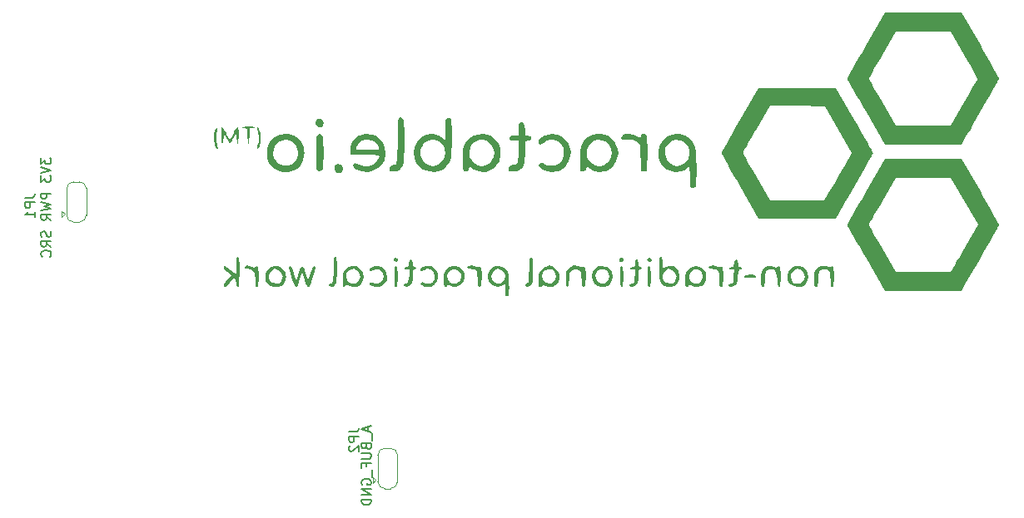
<source format=gbr>
%TF.GenerationSoftware,KiCad,Pcbnew,(6.0.0)*%
%TF.CreationDate,2022-05-16T13:53:17+01:00*%
%TF.ProjectId,RemoteLabs_supervisor_PCB,52656d6f-7465-44c6-9162-735f73757065,rev?*%
%TF.SameCoordinates,Original*%
%TF.FileFunction,Legend,Bot*%
%TF.FilePolarity,Positive*%
%FSLAX46Y46*%
G04 Gerber Fmt 4.6, Leading zero omitted, Abs format (unit mm)*
G04 Created by KiCad (PCBNEW (6.0.0)) date 2022-05-16 13:53:17*
%MOMM*%
%LPD*%
G01*
G04 APERTURE LIST*
%ADD10C,0.150000*%
%ADD11C,0.120000*%
G04 APERTURE END LIST*
D10*
%TO.C,JP1*%
X75906380Y-69829466D02*
X76620666Y-69829466D01*
X76763523Y-69781847D01*
X76858761Y-69686609D01*
X76906380Y-69543752D01*
X76906380Y-69448514D01*
X76906380Y-70305657D02*
X75906380Y-70305657D01*
X75906380Y-70686609D01*
X75954000Y-70781847D01*
X76001619Y-70829466D01*
X76096857Y-70877085D01*
X76239714Y-70877085D01*
X76334952Y-70829466D01*
X76382571Y-70781847D01*
X76430190Y-70686609D01*
X76430190Y-70305657D01*
X76906380Y-71829466D02*
X76906380Y-71258038D01*
X76906380Y-71543752D02*
X75906380Y-71543752D01*
X76049238Y-71448514D01*
X76144476Y-71353276D01*
X76192095Y-71258038D01*
X77531980Y-65767580D02*
X77531980Y-66386628D01*
X77912933Y-66053295D01*
X77912933Y-66196152D01*
X77960552Y-66291390D01*
X78008171Y-66339009D01*
X78103409Y-66386628D01*
X78341504Y-66386628D01*
X78436742Y-66339009D01*
X78484361Y-66291390D01*
X78531980Y-66196152D01*
X78531980Y-65910438D01*
X78484361Y-65815200D01*
X78436742Y-65767580D01*
X77531980Y-66672342D02*
X78531980Y-67005676D01*
X77531980Y-67339009D01*
X77531980Y-67577104D02*
X77531980Y-68196152D01*
X77912933Y-67862819D01*
X77912933Y-68005676D01*
X77960552Y-68100914D01*
X78008171Y-68148533D01*
X78103409Y-68196152D01*
X78341504Y-68196152D01*
X78436742Y-68148533D01*
X78484361Y-68100914D01*
X78531980Y-68005676D01*
X78531980Y-67719961D01*
X78484361Y-67624723D01*
X78436742Y-67577104D01*
X78531980Y-69386628D02*
X77531980Y-69386628D01*
X77531980Y-69767580D01*
X77579600Y-69862819D01*
X77627219Y-69910438D01*
X77722457Y-69958057D01*
X77865314Y-69958057D01*
X77960552Y-69910438D01*
X78008171Y-69862819D01*
X78055790Y-69767580D01*
X78055790Y-69386628D01*
X77531980Y-70291390D02*
X78531980Y-70529485D01*
X77817695Y-70719961D01*
X78531980Y-70910438D01*
X77531980Y-71148533D01*
X78531980Y-72100914D02*
X78055790Y-71767580D01*
X78531980Y-71529485D02*
X77531980Y-71529485D01*
X77531980Y-71910438D01*
X77579600Y-72005676D01*
X77627219Y-72053295D01*
X77722457Y-72100914D01*
X77865314Y-72100914D01*
X77960552Y-72053295D01*
X78008171Y-72005676D01*
X78055790Y-71910438D01*
X78055790Y-71529485D01*
X78484361Y-73243771D02*
X78531980Y-73386628D01*
X78531980Y-73624723D01*
X78484361Y-73719961D01*
X78436742Y-73767580D01*
X78341504Y-73815200D01*
X78246266Y-73815200D01*
X78151028Y-73767580D01*
X78103409Y-73719961D01*
X78055790Y-73624723D01*
X78008171Y-73434247D01*
X77960552Y-73339009D01*
X77912933Y-73291390D01*
X77817695Y-73243771D01*
X77722457Y-73243771D01*
X77627219Y-73291390D01*
X77579600Y-73339009D01*
X77531980Y-73434247D01*
X77531980Y-73672342D01*
X77579600Y-73815200D01*
X78531980Y-74815200D02*
X78055790Y-74481866D01*
X78531980Y-74243771D02*
X77531980Y-74243771D01*
X77531980Y-74624723D01*
X77579600Y-74719961D01*
X77627219Y-74767580D01*
X77722457Y-74815200D01*
X77865314Y-74815200D01*
X77960552Y-74767580D01*
X78008171Y-74719961D01*
X78055790Y-74624723D01*
X78055790Y-74243771D01*
X78436742Y-75815200D02*
X78484361Y-75767580D01*
X78531980Y-75624723D01*
X78531980Y-75529485D01*
X78484361Y-75386628D01*
X78389123Y-75291390D01*
X78293885Y-75243771D01*
X78103409Y-75196152D01*
X77960552Y-75196152D01*
X77770076Y-75243771D01*
X77674838Y-75291390D01*
X77579600Y-75386628D01*
X77531980Y-75529485D01*
X77531980Y-75624723D01*
X77579600Y-75767580D01*
X77627219Y-75815200D01*
%TO.C,JP2*%
X108824780Y-93654666D02*
X109539066Y-93654666D01*
X109681923Y-93607047D01*
X109777161Y-93511809D01*
X109824780Y-93368952D01*
X109824780Y-93273714D01*
X109824780Y-94130857D02*
X108824780Y-94130857D01*
X108824780Y-94511809D01*
X108872400Y-94607047D01*
X108920019Y-94654666D01*
X109015257Y-94702285D01*
X109158114Y-94702285D01*
X109253352Y-94654666D01*
X109300971Y-94607047D01*
X109348590Y-94511809D01*
X109348590Y-94130857D01*
X108920019Y-95083238D02*
X108872400Y-95130857D01*
X108824780Y-95226095D01*
X108824780Y-95464190D01*
X108872400Y-95559428D01*
X108920019Y-95607047D01*
X109015257Y-95654666D01*
X109110495Y-95654666D01*
X109253352Y-95607047D01*
X109824780Y-95035619D01*
X109824780Y-95654666D01*
X110809066Y-93153409D02*
X110809066Y-93629600D01*
X111094780Y-93058171D02*
X110094780Y-93391504D01*
X111094780Y-93724838D01*
X111190019Y-93820076D02*
X111190019Y-94581980D01*
X110570971Y-95153409D02*
X110618590Y-95296266D01*
X110666209Y-95343885D01*
X110761447Y-95391504D01*
X110904304Y-95391504D01*
X110999542Y-95343885D01*
X111047161Y-95296266D01*
X111094780Y-95201028D01*
X111094780Y-94820076D01*
X110094780Y-94820076D01*
X110094780Y-95153409D01*
X110142400Y-95248647D01*
X110190019Y-95296266D01*
X110285257Y-95343885D01*
X110380495Y-95343885D01*
X110475733Y-95296266D01*
X110523352Y-95248647D01*
X110570971Y-95153409D01*
X110570971Y-94820076D01*
X110094780Y-95820076D02*
X110904304Y-95820076D01*
X110999542Y-95867695D01*
X111047161Y-95915314D01*
X111094780Y-96010552D01*
X111094780Y-96201028D01*
X111047161Y-96296266D01*
X110999542Y-96343885D01*
X110904304Y-96391504D01*
X110094780Y-96391504D01*
X110570971Y-97201028D02*
X110570971Y-96867695D01*
X111094780Y-96867695D02*
X110094780Y-96867695D01*
X110094780Y-97343885D01*
X111190019Y-97486742D02*
X111190019Y-98248647D01*
X110142400Y-99010552D02*
X110094780Y-98915314D01*
X110094780Y-98772457D01*
X110142400Y-98629600D01*
X110237638Y-98534361D01*
X110332876Y-98486742D01*
X110523352Y-98439123D01*
X110666209Y-98439123D01*
X110856685Y-98486742D01*
X110951923Y-98534361D01*
X111047161Y-98629600D01*
X111094780Y-98772457D01*
X111094780Y-98867695D01*
X111047161Y-99010552D01*
X110999542Y-99058171D01*
X110666209Y-99058171D01*
X110666209Y-98867695D01*
X111094780Y-99486742D02*
X110094780Y-99486742D01*
X111094780Y-100058171D01*
X110094780Y-100058171D01*
X111094780Y-100534361D02*
X110094780Y-100534361D01*
X110094780Y-100772457D01*
X110142400Y-100915314D01*
X110237638Y-101010552D01*
X110332876Y-101058171D01*
X110523352Y-101105790D01*
X110666209Y-101105790D01*
X110856685Y-101058171D01*
X110951923Y-101010552D01*
X111047161Y-100915314D01*
X111094780Y-100772457D01*
X111094780Y-100534361D01*
D11*
%TO.C,JP1*%
X79927600Y-71456400D02*
X79627600Y-71756400D01*
X82127600Y-71656400D02*
X82127600Y-68856400D01*
X79627600Y-71756400D02*
X79627600Y-71156400D01*
X80827600Y-72306400D02*
X81427600Y-72306400D01*
X79927600Y-71456400D02*
X79627600Y-71156400D01*
X80127600Y-68856400D02*
X80127600Y-71656400D01*
X81427600Y-68206400D02*
X80827600Y-68206400D01*
X80827600Y-68206400D02*
G75*
G03*
X80127600Y-68906400I-1J-699999D01*
G01*
X80127600Y-71606400D02*
G75*
G03*
X80827600Y-72306400I699999J-1D01*
G01*
X82127600Y-68906400D02*
G75*
G03*
X81427600Y-68206400I-699999J1D01*
G01*
X81427600Y-72306400D02*
G75*
G03*
X82127600Y-71606400I1J699999D01*
G01*
%TO.C,JP2*%
X111576000Y-98583600D02*
X111276000Y-98283600D01*
X111776000Y-95983600D02*
X111776000Y-98783600D01*
X112476000Y-99433600D02*
X113076000Y-99433600D01*
X111576000Y-98583600D02*
X111276000Y-98883600D01*
X113076000Y-95333600D02*
X112476000Y-95333600D01*
X113776000Y-98783600D02*
X113776000Y-95983600D01*
X111276000Y-98883600D02*
X111276000Y-98283600D01*
X113776000Y-96033600D02*
G75*
G03*
X113076000Y-95333600I-699999J1D01*
G01*
X112476000Y-95333600D02*
G75*
G03*
X111776000Y-96033600I-1J-699999D01*
G01*
X111776000Y-98733600D02*
G75*
G03*
X112476000Y-99433600I699999J-1D01*
G01*
X113076000Y-99433600D02*
G75*
G03*
X113776000Y-98733600I1J699999D01*
G01*
%TO.C,G\u002A\u002A\u002A*%
G36*
X155303702Y-78552750D02*
G01*
X155041013Y-78784097D01*
X154864805Y-78859739D01*
X154476721Y-78916594D01*
X154094111Y-78849762D01*
X153763460Y-78671278D01*
X153531252Y-78393179D01*
X153441121Y-78110451D01*
X153429289Y-77771325D01*
X153750910Y-77771325D01*
X153760946Y-77887040D01*
X153842826Y-78157441D01*
X153979090Y-78392450D01*
X154135703Y-78525373D01*
X154375223Y-78583394D01*
X154691604Y-78549997D01*
X154946651Y-78402970D01*
X155119826Y-78173457D01*
X155190593Y-77892604D01*
X155138415Y-77591555D01*
X154942756Y-77301454D01*
X154703350Y-77122727D01*
X154470577Y-77053967D01*
X154240501Y-77120804D01*
X154004047Y-77298009D01*
X153823080Y-77532563D01*
X153750910Y-77771325D01*
X153429289Y-77771325D01*
X153428006Y-77734560D01*
X153506366Y-77372758D01*
X153668960Y-77093408D01*
X153870120Y-76929009D01*
X154234459Y-76787261D01*
X154626517Y-76777287D01*
X155000612Y-76897604D01*
X155311063Y-77146728D01*
X155317627Y-77154630D01*
X155485777Y-77477415D01*
X155534137Y-77850581D01*
X155527030Y-77892604D01*
X155470761Y-78225302D01*
X155303702Y-78552750D01*
G37*
G36*
X115278564Y-76194179D02*
G01*
X115312243Y-76468392D01*
X115322337Y-76655558D01*
X115382446Y-76800826D01*
X115523910Y-76884633D01*
X115666258Y-76950921D01*
X115735577Y-77011633D01*
X115680220Y-77063968D01*
X115523910Y-77138633D01*
X115465932Y-77162542D01*
X115380988Y-77223773D01*
X115334928Y-77333616D01*
X115315947Y-77532300D01*
X115312243Y-77860053D01*
X115312173Y-77911793D01*
X115304165Y-78233195D01*
X115274180Y-78441151D01*
X115209888Y-78585051D01*
X115098958Y-78714283D01*
X114911438Y-78855399D01*
X114655182Y-78900934D01*
X114637250Y-78898469D01*
X114473673Y-78830595D01*
X114390936Y-78722400D01*
X114406540Y-78622113D01*
X114537988Y-78577967D01*
X114722531Y-78542712D01*
X114868400Y-78401821D01*
X114948882Y-78135597D01*
X114973577Y-77725252D01*
X114973577Y-77138633D01*
X114719577Y-77138633D01*
X114561084Y-77114611D01*
X114465896Y-77030824D01*
X114510392Y-76932690D01*
X114698410Y-76869090D01*
X114851540Y-76830249D01*
X114926015Y-76726122D01*
X114958717Y-76504732D01*
X115006488Y-76246249D01*
X115096547Y-76086103D01*
X115196952Y-76067748D01*
X115278564Y-76194179D01*
G37*
G36*
X126646464Y-62207991D02*
G01*
X126723095Y-62457524D01*
X126759851Y-62858546D01*
X126784577Y-63464967D01*
X127080910Y-63507300D01*
X127231780Y-63536948D01*
X127348928Y-63612269D01*
X127377243Y-63761300D01*
X127365910Y-63870683D01*
X127283891Y-63966078D01*
X127080910Y-64015300D01*
X126784577Y-64057633D01*
X126742243Y-65242967D01*
X126735296Y-65426838D01*
X126709335Y-65908199D01*
X126669666Y-66260543D01*
X126606365Y-66514504D01*
X126509504Y-66700716D01*
X126369160Y-66849813D01*
X126175406Y-66992428D01*
X126148066Y-67009950D01*
X125877592Y-67112392D01*
X125514577Y-67128413D01*
X125414642Y-67122212D01*
X125203807Y-67092352D01*
X125101945Y-67029098D01*
X125063577Y-66910473D01*
X125082045Y-66697458D01*
X125229657Y-66530252D01*
X125497110Y-66470633D01*
X125528970Y-66470411D01*
X125733463Y-66449174D01*
X125878853Y-66376660D01*
X125974917Y-66229319D01*
X126031430Y-65983603D01*
X126058170Y-65615961D01*
X126064910Y-65102844D01*
X126064910Y-64015300D01*
X125650635Y-64015300D01*
X125535639Y-64012128D01*
X125275179Y-63958963D01*
X125161824Y-63835201D01*
X125187626Y-63634300D01*
X125210130Y-63597748D01*
X125359061Y-63528925D01*
X125650635Y-63507300D01*
X126064910Y-63507300D01*
X126066066Y-63020467D01*
X126077091Y-62656581D01*
X126119757Y-62365621D01*
X126202109Y-62191257D01*
X126332115Y-62106109D01*
X126339677Y-62103762D01*
X126521483Y-62095040D01*
X126646464Y-62207991D01*
G37*
G36*
X144953163Y-78563905D02*
G01*
X144701612Y-78789372D01*
X144643336Y-78818219D01*
X144297695Y-78905104D01*
X143944680Y-78881007D01*
X143654184Y-78748645D01*
X143635049Y-78733601D01*
X143496493Y-78633716D01*
X143434262Y-78638731D01*
X143396693Y-78748645D01*
X143368098Y-78821761D01*
X143254587Y-78909954D01*
X143124468Y-78865806D01*
X143030976Y-78696858D01*
X143005358Y-78474180D01*
X143014925Y-78140494D01*
X143057817Y-77782509D01*
X143062409Y-77761099D01*
X143413519Y-77761099D01*
X143447002Y-78081784D01*
X143629395Y-78370148D01*
X143777058Y-78488016D01*
X144075659Y-78585206D01*
X144377362Y-78524372D01*
X144650120Y-78307484D01*
X144751432Y-78175483D01*
X144837330Y-77975153D01*
X144829690Y-77741045D01*
X144755102Y-77490222D01*
X144546071Y-77229618D01*
X144219860Y-77090857D01*
X144110573Y-77076366D01*
X143911743Y-77114392D01*
X143690988Y-77265658D01*
X143526514Y-77451726D01*
X143413519Y-77761099D01*
X143062409Y-77761099D01*
X143125989Y-77464687D01*
X143211393Y-77251488D01*
X143438526Y-77003896D01*
X143773945Y-76826337D01*
X144145364Y-76770187D01*
X144512911Y-76834061D01*
X144836715Y-77016572D01*
X145076904Y-77316335D01*
X145143985Y-77485506D01*
X145187537Y-77860212D01*
X145166789Y-77975153D01*
X145119534Y-78236932D01*
X144953163Y-78563905D01*
G37*
G36*
X97589630Y-75874795D02*
G01*
X97635097Y-75909737D01*
X97666237Y-75996899D01*
X97685752Y-76159703D01*
X97696345Y-76421571D01*
X97700719Y-76805925D01*
X97701577Y-77336189D01*
X97699420Y-77733522D01*
X97691495Y-78169229D01*
X97678783Y-78521659D01*
X97662376Y-78762127D01*
X97643368Y-78861953D01*
X97615524Y-78885841D01*
X97504760Y-78890381D01*
X97418080Y-78739801D01*
X97362910Y-78445136D01*
X97327315Y-78219126D01*
X97249644Y-78052875D01*
X97126949Y-78036553D01*
X96948293Y-78170313D01*
X96702741Y-78454305D01*
X96680857Y-78481883D01*
X96442972Y-78747503D01*
X96257090Y-78891030D01*
X96136104Y-78905493D01*
X96092910Y-78783923D01*
X96093305Y-78777458D01*
X96152249Y-78641023D01*
X96291829Y-78424265D01*
X96484060Y-78171035D01*
X96875209Y-77690858D01*
X96484060Y-77346665D01*
X96306486Y-77179850D01*
X96152258Y-77009254D01*
X96092910Y-76906216D01*
X96092971Y-76899135D01*
X96137113Y-76781385D01*
X96267661Y-76788167D01*
X96491126Y-76922003D01*
X96814023Y-77185416D01*
X97362910Y-77667312D01*
X97362910Y-76767973D01*
X97363020Y-76640770D01*
X97366737Y-76283411D01*
X97379913Y-76057289D01*
X97408152Y-75932633D01*
X97457060Y-75879671D01*
X97532243Y-75868633D01*
X97589630Y-75874795D01*
G37*
G36*
X107472243Y-75870074D02*
G01*
X107527077Y-75891196D01*
X107564685Y-75957356D01*
X107588304Y-76093414D01*
X107601168Y-76324226D01*
X107606514Y-76674651D01*
X107607577Y-77169548D01*
X107607542Y-77265237D01*
X107605104Y-77741808D01*
X107596336Y-78083727D01*
X107577760Y-78320662D01*
X107545900Y-78482278D01*
X107497279Y-78598244D01*
X107428420Y-78698224D01*
X107244344Y-78864783D01*
X107026978Y-78900142D01*
X107018368Y-78899048D01*
X106854066Y-78833358D01*
X106772153Y-78724711D01*
X106789020Y-78622962D01*
X106921056Y-78577967D01*
X107036126Y-78556910D01*
X107132607Y-78470898D01*
X107199372Y-78298908D01*
X107241174Y-78020187D01*
X107262769Y-77613980D01*
X107268910Y-77059533D01*
X107268934Y-76962883D01*
X107270801Y-76520351D01*
X107278286Y-76216498D01*
X107295081Y-76025363D01*
X107324878Y-75920982D01*
X107371368Y-75877393D01*
X107438243Y-75868633D01*
X107472243Y-75870074D01*
G37*
G36*
X95477407Y-62654155D02*
G01*
X95477369Y-62796609D01*
X95414295Y-63045517D01*
X95366188Y-63235360D01*
X95323168Y-63639692D01*
X95337891Y-64049753D01*
X95410584Y-64383169D01*
X95471390Y-64575505D01*
X95500243Y-64740478D01*
X95497396Y-64797165D01*
X95457235Y-64874411D01*
X95382560Y-64817934D01*
X95289993Y-64647321D01*
X95196157Y-64382159D01*
X95103147Y-63849836D01*
X95134566Y-63299871D01*
X95297697Y-62813352D01*
X95325464Y-62762459D01*
X95423681Y-62636617D01*
X95477407Y-62654155D01*
G37*
G36*
X98693503Y-62576249D02*
G01*
X99014758Y-62589240D01*
X99231027Y-62618704D01*
X99310243Y-62660633D01*
X99307684Y-62671745D01*
X99209778Y-62724034D01*
X99013910Y-62745300D01*
X98717577Y-62745300D01*
X98717577Y-63549633D01*
X98717365Y-63615269D01*
X98703473Y-64020849D01*
X98673017Y-64262322D01*
X98633232Y-64338871D01*
X98591353Y-64249679D01*
X98554616Y-63993927D01*
X98530254Y-63570800D01*
X98505910Y-62787633D01*
X98230743Y-62761102D01*
X98111989Y-62746517D01*
X97962695Y-62706074D01*
X97957211Y-62660939D01*
X98078465Y-62618971D01*
X98309388Y-62588027D01*
X98632910Y-62575967D01*
X98693503Y-62576249D01*
G37*
G36*
X139416380Y-76805844D02*
G01*
X139467997Y-76843666D01*
X139500424Y-76940986D01*
X139518095Y-77125261D01*
X139525445Y-77423950D01*
X139526910Y-77864508D01*
X139526379Y-78133852D01*
X139521318Y-78491051D01*
X139507778Y-78720074D01*
X139482005Y-78847176D01*
X139440245Y-78898614D01*
X139378743Y-78900644D01*
X139361074Y-78896339D01*
X139303072Y-78855837D01*
X139263143Y-78757416D01*
X139236788Y-78573222D01*
X139219508Y-78275402D01*
X139206804Y-77836102D01*
X139199367Y-77476745D01*
X139197848Y-77158859D01*
X139208668Y-76960080D01*
X139235807Y-76852567D01*
X139283248Y-76808476D01*
X139354971Y-76799967D01*
X139416380Y-76805844D01*
G37*
G36*
X174747104Y-58102833D02*
G01*
X174551108Y-58454413D01*
X174304435Y-58893020D01*
X174017496Y-59400425D01*
X173700698Y-59958400D01*
X173364452Y-60548717D01*
X173019166Y-61153147D01*
X172675249Y-61753461D01*
X172343111Y-62331432D01*
X172033162Y-62868831D01*
X171755809Y-63347428D01*
X171521463Y-63748997D01*
X171340532Y-64055308D01*
X171223425Y-64248133D01*
X171103673Y-64438633D01*
X163360577Y-64433641D01*
X161455577Y-61122907D01*
X161143813Y-60580790D01*
X160770432Y-59930703D01*
X160430073Y-59337199D01*
X160131324Y-58815300D01*
X159882773Y-58380029D01*
X159693006Y-58046407D01*
X159570612Y-57829457D01*
X159524176Y-57744201D01*
X159548073Y-57683632D01*
X161712132Y-57683632D01*
X161726459Y-57718010D01*
X161812462Y-57882220D01*
X161967466Y-58164487D01*
X162181478Y-58546996D01*
X162444501Y-59011929D01*
X162746542Y-59541469D01*
X163077606Y-60117798D01*
X164445635Y-62491300D01*
X170049243Y-62490354D01*
X171403910Y-60146138D01*
X171589822Y-59824284D01*
X171906416Y-59275516D01*
X172189640Y-58783740D01*
X172429205Y-58366871D01*
X172614821Y-58042821D01*
X172736201Y-57829506D01*
X172783056Y-57744839D01*
X172769846Y-57706406D01*
X172685395Y-57537422D01*
X172531740Y-57251072D01*
X172318648Y-56864989D01*
X172055888Y-56396808D01*
X171753226Y-55864165D01*
X171420430Y-55284694D01*
X170033323Y-52881633D01*
X164463121Y-52881633D01*
X163088904Y-55252300D01*
X162887850Y-55599744D01*
X162571123Y-56149692D01*
X162289269Y-56642315D01*
X162052366Y-57059815D01*
X161870491Y-57384399D01*
X161753721Y-57598269D01*
X161712132Y-57683632D01*
X159548073Y-57683632D01*
X159548778Y-57681845D01*
X159649513Y-57485182D01*
X159820042Y-57169513D01*
X160052067Y-56749722D01*
X160337291Y-56240694D01*
X160667416Y-55657314D01*
X161034143Y-55014466D01*
X161429176Y-54327035D01*
X163360577Y-50977842D01*
X167255243Y-50980325D01*
X171149910Y-50982808D01*
X173054910Y-54302887D01*
X173368254Y-54850629D01*
X173739200Y-55503567D01*
X174075772Y-56100981D01*
X174369566Y-56627696D01*
X174612183Y-57068536D01*
X174795219Y-57408325D01*
X174910273Y-57631887D01*
X174948943Y-57724047D01*
X174945430Y-57733668D01*
X174939663Y-57744839D01*
X174882014Y-57856509D01*
X174747104Y-58102833D01*
G37*
G36*
X98729915Y-76744871D02*
G01*
X99012216Y-76847903D01*
X99204406Y-76921935D01*
X99294439Y-76889715D01*
X99337663Y-76840458D01*
X99486632Y-76799967D01*
X99525662Y-76802518D01*
X99582186Y-76832594D01*
X99618215Y-76919425D01*
X99638307Y-77091152D01*
X99647019Y-77375915D01*
X99648910Y-77801855D01*
X99644637Y-78187512D01*
X99632546Y-78521944D01*
X99614525Y-78757992D01*
X99592466Y-78860189D01*
X99567128Y-78879024D01*
X99423132Y-78916633D01*
X99384098Y-78899943D01*
X99340543Y-78792740D01*
X99317187Y-78565223D01*
X99310243Y-78193118D01*
X99309366Y-77999462D01*
X99298383Y-77704538D01*
X99266838Y-77512887D01*
X99204821Y-77380104D01*
X99102425Y-77261785D01*
X99093585Y-77253048D01*
X98859156Y-77098925D01*
X98552092Y-77053967D01*
X98493915Y-77053148D01*
X98278378Y-77020294D01*
X98209577Y-76936025D01*
X98209814Y-76926224D01*
X98287133Y-76788596D01*
X98474360Y-76726623D01*
X98729915Y-76744871D01*
G37*
G36*
X112547316Y-65474084D02*
G01*
X112438580Y-66028669D01*
X112199470Y-66476936D01*
X111826117Y-66824608D01*
X111314653Y-67077404D01*
X110801108Y-67191195D01*
X110221967Y-67159173D01*
X109647007Y-66959829D01*
X109426779Y-66836026D01*
X109294700Y-66706794D01*
X109258577Y-66556459D01*
X109281489Y-66423687D01*
X109400509Y-66326291D01*
X109629912Y-66339860D01*
X109979546Y-66463121D01*
X110126927Y-66520773D01*
X110411417Y-66605573D01*
X110628939Y-66638107D01*
X110777385Y-66624635D01*
X111151729Y-66504917D01*
X111496885Y-66292658D01*
X111743159Y-66026137D01*
X111819174Y-65901880D01*
X111905894Y-65738295D01*
X111928428Y-65620524D01*
X111869255Y-65540469D01*
X111710854Y-65490033D01*
X111435704Y-65461118D01*
X111026286Y-65445628D01*
X110465077Y-65435466D01*
X109004577Y-65412300D01*
X108979474Y-65027337D01*
X108994977Y-64832154D01*
X109554910Y-64832154D01*
X109585758Y-64877615D01*
X109697651Y-64911002D01*
X109912673Y-64932216D01*
X110252858Y-64943384D01*
X110740243Y-64946633D01*
X111125040Y-64945783D01*
X111506540Y-64937367D01*
X111752201Y-64912317D01*
X111881198Y-64861563D01*
X111912708Y-64776038D01*
X111865906Y-64646674D01*
X111759969Y-64464400D01*
X111539694Y-64193357D01*
X111194517Y-63970155D01*
X110807765Y-63881619D01*
X110414342Y-63928349D01*
X110049152Y-64110939D01*
X109747098Y-64429987D01*
X109709510Y-64488467D01*
X109599259Y-64692827D01*
X109554910Y-64832154D01*
X108994977Y-64832154D01*
X109009652Y-64647395D01*
X109173531Y-64199883D01*
X109449821Y-63809736D01*
X109810100Y-63528251D01*
X109959264Y-63453930D01*
X110185095Y-63376844D01*
X110442054Y-63347576D01*
X110798408Y-63354096D01*
X111024185Y-63368393D01*
X111312774Y-63411453D01*
X111539555Y-63495202D01*
X111772074Y-63639435D01*
X111970864Y-63796152D01*
X112300561Y-64189169D01*
X112492429Y-64665362D01*
X112504477Y-64776038D01*
X112555284Y-65242782D01*
X112547316Y-65474084D01*
G37*
G36*
X131890599Y-76740748D02*
G01*
X132129993Y-76815413D01*
X132149438Y-76822317D01*
X132426320Y-76891594D01*
X132573815Y-76861195D01*
X132630209Y-76827368D01*
X132790219Y-76828400D01*
X132820252Y-76845074D01*
X132871417Y-76923923D01*
X132902803Y-77083774D01*
X132918578Y-77354020D01*
X132922910Y-77764051D01*
X132920528Y-78032040D01*
X132909684Y-78381738D01*
X132892078Y-78647592D01*
X132869923Y-78786865D01*
X132822517Y-78854525D01*
X132679423Y-78898769D01*
X132678662Y-78898621D01*
X132609023Y-78852826D01*
X132560589Y-78727842D01*
X132526420Y-78493621D01*
X132499577Y-78120116D01*
X132482924Y-77852995D01*
X132454856Y-77580104D01*
X132411569Y-77407512D01*
X132341174Y-77294357D01*
X132231781Y-77199775D01*
X132044893Y-77100940D01*
X131757307Y-77094691D01*
X131443803Y-77253259D01*
X131439736Y-77256272D01*
X131356013Y-77348561D01*
X131299481Y-77499471D01*
X131261176Y-77745906D01*
X131232137Y-78124770D01*
X131206613Y-78468724D01*
X131172326Y-78712226D01*
X131125621Y-78838327D01*
X131060243Y-78874300D01*
X131001069Y-78847821D01*
X130956295Y-78738298D01*
X130928465Y-78516778D01*
X130911666Y-78154633D01*
X130909375Y-77786405D01*
X130944008Y-77430003D01*
X131034098Y-77178239D01*
X131193707Y-76996151D01*
X131436899Y-76848776D01*
X131520739Y-76808606D01*
X131717353Y-76737043D01*
X131890599Y-76740748D01*
G37*
G36*
X130133409Y-78379245D02*
G01*
X129862762Y-78702196D01*
X129542338Y-78875456D01*
X129162835Y-78908900D01*
X128774245Y-78789634D01*
X128623774Y-78719291D01*
X128521061Y-78714770D01*
X128450264Y-78802714D01*
X128388478Y-78872160D01*
X128234391Y-78890037D01*
X128210170Y-78878349D01*
X128141798Y-78789516D01*
X128106770Y-78604040D01*
X128096910Y-78286004D01*
X128130550Y-77773210D01*
X128131296Y-77770559D01*
X128503023Y-77770559D01*
X128545877Y-78102993D01*
X128695869Y-78372997D01*
X128889900Y-78518158D01*
X129197577Y-78577967D01*
X129428920Y-78541075D01*
X129678379Y-78387349D01*
X129839072Y-78149767D01*
X129904030Y-77867285D01*
X129866285Y-77578855D01*
X129718868Y-77323434D01*
X129454813Y-77139973D01*
X129381641Y-77114921D01*
X129075353Y-77100585D01*
X128791453Y-77207163D01*
X128593208Y-77414499D01*
X128575323Y-77450555D01*
X128503023Y-77770559D01*
X128131296Y-77770559D01*
X128242737Y-77374584D01*
X128444547Y-77083932D01*
X128747027Y-76877315D01*
X128790650Y-76856420D01*
X129033396Y-76759182D01*
X129225285Y-76740033D01*
X129447408Y-76788715D01*
X129480873Y-76799222D01*
X129854272Y-76997525D01*
X130113589Y-77288600D01*
X130251459Y-77638526D01*
X130256989Y-77867285D01*
X130260520Y-78013381D01*
X130133409Y-78379245D01*
G37*
G36*
X107967204Y-66430933D02*
G01*
X108153109Y-66574139D01*
X108257814Y-66761913D01*
X108259448Y-66952014D01*
X108115577Y-67147967D01*
X107967069Y-67263286D01*
X107738781Y-67304505D01*
X107508410Y-67177178D01*
X107476227Y-67143768D01*
X107374022Y-66928042D01*
X107364915Y-66682238D01*
X107455177Y-66487567D01*
X107504419Y-66448039D01*
X107725416Y-66385729D01*
X107967204Y-66430933D01*
G37*
G36*
X113774836Y-75988273D02*
G01*
X113783860Y-75997407D01*
X113856309Y-76119187D01*
X113788756Y-76249015D01*
X113785566Y-76252811D01*
X113621491Y-76354134D01*
X113467212Y-76316508D01*
X113381600Y-76153711D01*
X113379920Y-76089566D01*
X113456170Y-75947440D01*
X113607973Y-75905192D01*
X113774836Y-75988273D01*
G37*
G36*
X104294915Y-65510894D02*
G01*
X104176867Y-66064605D01*
X103923006Y-66518301D01*
X103535571Y-66868796D01*
X103016799Y-67112901D01*
X102686040Y-67188001D01*
X102145204Y-67187249D01*
X101624711Y-67048066D01*
X101162931Y-66782722D01*
X100798231Y-66403484D01*
X100740776Y-66318673D01*
X100614233Y-66080386D01*
X100544716Y-65817827D01*
X100510187Y-65458715D01*
X100507777Y-65378394D01*
X101141447Y-65378394D01*
X101225219Y-65780944D01*
X101419794Y-66132609D01*
X101726239Y-66395748D01*
X102155294Y-66559438D01*
X102579085Y-66579388D01*
X102967983Y-66469177D01*
X103292750Y-66242608D01*
X103524149Y-65913484D01*
X103632942Y-65495608D01*
X103649149Y-65119310D01*
X103611939Y-64824711D01*
X103502683Y-64583879D01*
X103305204Y-64339761D01*
X103228054Y-64258887D01*
X103025519Y-64083872D01*
X102818866Y-63994017D01*
X102529840Y-63949983D01*
X102367597Y-63938665D01*
X102055903Y-63960242D01*
X101792545Y-64059987D01*
X101544260Y-64241849D01*
X101302036Y-64571205D01*
X101167409Y-64962601D01*
X101141447Y-65378394D01*
X100507777Y-65378394D01*
X100503007Y-65219449D01*
X100548164Y-64726011D01*
X100692280Y-64318517D01*
X100948313Y-63952414D01*
X101313688Y-63633459D01*
X101804077Y-63414324D01*
X102382130Y-63339826D01*
X102718366Y-63360406D01*
X103258704Y-63505777D01*
X103698143Y-63781233D01*
X104025947Y-64175935D01*
X104231383Y-64679048D01*
X104284399Y-65119310D01*
X104303717Y-65279735D01*
X104294915Y-65510894D01*
G37*
G36*
X119245063Y-65583274D02*
G01*
X119214121Y-65763958D01*
X119171440Y-65910310D01*
X119115129Y-66047300D01*
X119043230Y-66195082D01*
X118749284Y-66622855D01*
X118363794Y-66933924D01*
X117852792Y-67158186D01*
X117843944Y-67160999D01*
X117513645Y-67203913D01*
X117108460Y-67172460D01*
X116697515Y-67077196D01*
X116349930Y-66928676D01*
X116022696Y-66681170D01*
X115697163Y-66264444D01*
X115495554Y-65770063D01*
X115431795Y-65246193D01*
X116076103Y-65246193D01*
X116127909Y-65535516D01*
X116267727Y-65872754D01*
X116459451Y-66182488D01*
X116666910Y-66394422D01*
X116670908Y-66397155D01*
X117060434Y-66569064D01*
X117471846Y-66591423D01*
X117870933Y-66474212D01*
X118223484Y-66227412D01*
X118495288Y-65861004D01*
X118569519Y-65656142D01*
X118612216Y-65271070D01*
X118569826Y-64873702D01*
X118445368Y-64543693D01*
X118298824Y-64346897D01*
X117968744Y-64086292D01*
X117587064Y-63951670D01*
X117188339Y-63941493D01*
X116807123Y-64054218D01*
X116477971Y-64288307D01*
X116235439Y-64642217D01*
X116203185Y-64718597D01*
X116113175Y-65004144D01*
X116076103Y-65246193D01*
X115431795Y-65246193D01*
X115429850Y-65230216D01*
X115512030Y-64677097D01*
X115581674Y-64469866D01*
X115846464Y-63980549D01*
X116210795Y-63626176D01*
X116669666Y-63410673D01*
X117218075Y-63337967D01*
X117504802Y-63355873D01*
X117997939Y-63497041D01*
X118423743Y-63785962D01*
X118614243Y-63960150D01*
X118614243Y-62890037D01*
X118614904Y-62598010D01*
X118620692Y-62241425D01*
X118636107Y-62006057D01*
X118665495Y-61862109D01*
X118713203Y-61779788D01*
X118783577Y-61729300D01*
X118905737Y-61684993D01*
X119122243Y-61729300D01*
X119170425Y-61760476D01*
X119213371Y-61814938D01*
X119244706Y-61909860D01*
X119266215Y-62066721D01*
X119279685Y-62306997D01*
X119286901Y-62652169D01*
X119289650Y-63123714D01*
X119289717Y-63743112D01*
X119289293Y-64017814D01*
X119286383Y-64585527D01*
X119279302Y-65019028D01*
X119269087Y-65271070D01*
X119266160Y-65343287D01*
X119245063Y-65583274D01*
G37*
G36*
X135433791Y-78553651D02*
G01*
X135116082Y-78814378D01*
X134841715Y-78891835D01*
X134492208Y-78888772D01*
X134152105Y-78809166D01*
X133896271Y-78662346D01*
X133786478Y-78543285D01*
X133594649Y-78184482D01*
X133541185Y-77790493D01*
X133554202Y-77732005D01*
X133915275Y-77732005D01*
X133941494Y-78072065D01*
X134134689Y-78387467D01*
X134270970Y-78496031D01*
X134556028Y-78580560D01*
X134856575Y-78542435D01*
X135109485Y-78382010D01*
X135236875Y-78170397D01*
X135297534Y-77861059D01*
X135261069Y-77551383D01*
X135126397Y-77310120D01*
X135036656Y-77231868D01*
X134740693Y-77094621D01*
X134438329Y-77099281D01*
X134171361Y-77238706D01*
X133981586Y-77505754D01*
X133915275Y-77732005D01*
X133554202Y-77732005D01*
X133627218Y-77403917D01*
X133853880Y-77067355D01*
X133863980Y-77057365D01*
X134209883Y-76825120D01*
X134601475Y-76754281D01*
X135026849Y-76847086D01*
X135079454Y-76869284D01*
X135408015Y-77089945D01*
X135601573Y-77405794D01*
X135668828Y-77830153D01*
X135664784Y-77861059D01*
X135621273Y-78193618D01*
X135433791Y-78553651D01*
G37*
G36*
X113666049Y-76803067D02*
G01*
X113722773Y-76833694D01*
X113758579Y-76920634D01*
X113778243Y-77092139D01*
X113786539Y-77376462D01*
X113788243Y-77801855D01*
X113783970Y-78187512D01*
X113771879Y-78521944D01*
X113753858Y-78757992D01*
X113731799Y-78860189D01*
X113706461Y-78879024D01*
X113562466Y-78916633D01*
X113531786Y-78904530D01*
X113492235Y-78818331D01*
X113466943Y-78630163D01*
X113453520Y-78317621D01*
X113449577Y-77858300D01*
X113450438Y-77499408D01*
X113456356Y-77174255D01*
X113471761Y-76969242D01*
X113501054Y-76856862D01*
X113548637Y-76809606D01*
X113618910Y-76799967D01*
X113666049Y-76803067D01*
G37*
G36*
X137749729Y-63378731D02*
G01*
X138117596Y-63537940D01*
X138499104Y-63761519D01*
X138526174Y-63570909D01*
X138574188Y-63447271D01*
X138748404Y-63352634D01*
X138858449Y-63341611D01*
X138974033Y-63355894D01*
X139058991Y-63421264D01*
X139118005Y-63557425D01*
X139155756Y-63784082D01*
X139176925Y-64120940D01*
X139186194Y-64587703D01*
X139188243Y-65204075D01*
X139188203Y-65269727D01*
X139184997Y-65788010D01*
X139177253Y-66250397D01*
X139165802Y-66628530D01*
X139151475Y-66894051D01*
X139135103Y-67018600D01*
X139040126Y-67114365D01*
X138817603Y-67131358D01*
X138553243Y-67105633D01*
X138468577Y-64424207D01*
X138192074Y-64177420D01*
X138080769Y-64085734D01*
X137905575Y-63985674D01*
X137692189Y-63931770D01*
X137397265Y-63915070D01*
X136977457Y-63926625D01*
X136702520Y-63908137D01*
X136533104Y-63818712D01*
X136510634Y-63669482D01*
X136644578Y-63473336D01*
X136721073Y-63412933D01*
X137003377Y-63314118D01*
X137362292Y-63303420D01*
X137749729Y-63378731D01*
G37*
G36*
X130081041Y-63411593D02*
G01*
X130565080Y-63625488D01*
X130962140Y-63983199D01*
X131073560Y-64133055D01*
X131300541Y-64604099D01*
X131394095Y-65109867D01*
X131362166Y-65620233D01*
X131212702Y-66105076D01*
X130953649Y-66534271D01*
X130592952Y-66877697D01*
X130138560Y-67105230D01*
X129967741Y-67151138D01*
X129476744Y-67200586D01*
X128994305Y-67143533D01*
X128567357Y-66988885D01*
X128242836Y-66745546D01*
X128197402Y-66689190D01*
X128132787Y-66510962D01*
X128194663Y-66379699D01*
X128351070Y-66312441D01*
X128570045Y-66326223D01*
X128819627Y-66438084D01*
X129054887Y-66537632D01*
X129424661Y-66580985D01*
X129811922Y-66534651D01*
X130147597Y-66400581D01*
X130253388Y-66328147D01*
X130533885Y-66018928D01*
X130682757Y-65612805D01*
X130704052Y-65100319D01*
X130689970Y-64938632D01*
X130641632Y-64686100D01*
X130542645Y-64495417D01*
X130362087Y-64293632D01*
X130346721Y-64278346D01*
X130127415Y-64091404D01*
X129908648Y-63995458D01*
X129605800Y-63952319D01*
X129471635Y-63943709D01*
X129224618Y-63954667D01*
X129012077Y-64028123D01*
X128751476Y-64186723D01*
X128676728Y-64235999D01*
X128459656Y-64361493D01*
X128321883Y-64396078D01*
X128222310Y-64352638D01*
X128118040Y-64215399D01*
X128115336Y-64021505D01*
X128237064Y-63822829D01*
X128460353Y-63637345D01*
X128762331Y-63483033D01*
X129120128Y-63377867D01*
X129510872Y-63339826D01*
X130081041Y-63411593D01*
G37*
G36*
X125119428Y-78546821D02*
G01*
X125120021Y-78569506D01*
X125126594Y-78983156D01*
X125124762Y-79339816D01*
X125115183Y-79602080D01*
X125098518Y-79732540D01*
X125050257Y-79795648D01*
X124901000Y-79832159D01*
X124838409Y-79805314D01*
X124781589Y-79710447D01*
X124747801Y-79516241D01*
X124727637Y-79187725D01*
X124702697Y-78571612D01*
X124483385Y-78744123D01*
X124325292Y-78843459D01*
X123981370Y-78925453D01*
X123630851Y-78854423D01*
X123309767Y-78633757D01*
X123079807Y-78350107D01*
X122952591Y-78006784D01*
X122959012Y-77833720D01*
X123308713Y-77833720D01*
X123358375Y-78108148D01*
X123552285Y-78387467D01*
X123689176Y-78496687D01*
X123973588Y-78580674D01*
X124273601Y-78542330D01*
X124526152Y-78382010D01*
X124683048Y-78110478D01*
X124714901Y-77795262D01*
X124630634Y-77488475D01*
X124443483Y-77237679D01*
X124166686Y-77090435D01*
X124047850Y-77076512D01*
X123766676Y-77145961D01*
X123518916Y-77328605D01*
X123360327Y-77589905D01*
X123308713Y-77833720D01*
X122959012Y-77833720D01*
X122967161Y-77614054D01*
X123101814Y-77276363D01*
X123377469Y-76984639D01*
X123760683Y-76795424D01*
X123980565Y-76742790D01*
X124182313Y-76754123D01*
X124421343Y-76852543D01*
X124659651Y-76986362D01*
X124846136Y-77145342D01*
X124972647Y-77350035D01*
X125051895Y-77631283D01*
X125070751Y-77795262D01*
X125096586Y-78019930D01*
X125119428Y-78546821D01*
G37*
G36*
X136611028Y-76803238D02*
G01*
X136667849Y-76834015D01*
X136703594Y-76920981D01*
X136723117Y-77092421D01*
X136731271Y-77376618D01*
X136732910Y-77801855D01*
X136728508Y-78187427D01*
X136716041Y-78522341D01*
X136697455Y-78759033D01*
X136674702Y-78861953D01*
X136674570Y-78862084D01*
X136581924Y-78914022D01*
X136512799Y-78850097D01*
X136463820Y-78657017D01*
X136431613Y-78321488D01*
X136412804Y-77830216D01*
X136405472Y-77479045D01*
X136403811Y-77160123D01*
X136414515Y-76960674D01*
X136441599Y-76852779D01*
X136489079Y-76808516D01*
X136560971Y-76799967D01*
X136611028Y-76803238D01*
G37*
G36*
X112160623Y-76867013D02*
G01*
X112451297Y-77098235D01*
X112644770Y-77435797D01*
X112715362Y-77858666D01*
X112681310Y-78184173D01*
X112529387Y-78503918D01*
X112237673Y-78756544D01*
X112183104Y-78787057D01*
X111886395Y-78876704D01*
X111548715Y-78893579D01*
X111235632Y-78839776D01*
X111012717Y-78717392D01*
X110947915Y-78629984D01*
X110942904Y-78500597D01*
X111050280Y-78439662D01*
X111233588Y-78485456D01*
X111496529Y-78579520D01*
X111821520Y-78568742D01*
X112093214Y-78422983D01*
X112279661Y-78161750D01*
X112348910Y-77804548D01*
X112317442Y-77564492D01*
X112168530Y-77288252D01*
X111926043Y-77125734D01*
X111622016Y-77094801D01*
X111288486Y-77213315D01*
X111096098Y-77316372D01*
X110992130Y-77332368D01*
X110939378Y-77263505D01*
X110937791Y-77259254D01*
X110952467Y-77079665D01*
X111119297Y-76920836D01*
X111421540Y-76798899D01*
X111798428Y-76763167D01*
X112160623Y-76867013D01*
G37*
G36*
X138172636Y-76113460D02*
G01*
X138219358Y-76239536D01*
X138256910Y-76461300D01*
X138295885Y-76695367D01*
X138365388Y-76822150D01*
X138489743Y-76869355D01*
X138524555Y-76875231D01*
X138661749Y-76941387D01*
X138642434Y-77037534D01*
X138468577Y-77138633D01*
X138410598Y-77162542D01*
X138325655Y-77223773D01*
X138279595Y-77333616D01*
X138260614Y-77532300D01*
X138256910Y-77860053D01*
X138256840Y-77911793D01*
X138248831Y-78233195D01*
X138218847Y-78441151D01*
X138154555Y-78585051D01*
X138043624Y-78714283D01*
X137856105Y-78855399D01*
X137599848Y-78900934D01*
X137444163Y-78860321D01*
X137347863Y-78757256D01*
X137399098Y-78635362D01*
X137598053Y-78532732D01*
X137875910Y-78450967D01*
X137925366Y-77138633D01*
X137667805Y-77138633D01*
X137484881Y-77111831D01*
X137410243Y-77011633D01*
X137462591Y-76922497D01*
X137664243Y-76884633D01*
X137760068Y-76882479D01*
X137868367Y-76848880D01*
X137910880Y-76737916D01*
X137918243Y-76503633D01*
X137922128Y-76389771D01*
X137952417Y-76198307D01*
X138002910Y-76122633D01*
X138011240Y-76122538D01*
X138151077Y-76101467D01*
X138172636Y-76113460D01*
G37*
G36*
X102387424Y-78220299D02*
G01*
X102223010Y-78549609D01*
X101955013Y-78784097D01*
X101612096Y-78894858D01*
X101237935Y-78895632D01*
X100881341Y-78798296D01*
X100589299Y-78615713D01*
X100408800Y-78360749D01*
X100393334Y-78313533D01*
X100345508Y-78061543D01*
X100326243Y-77774617D01*
X100326655Y-77766215D01*
X100666007Y-77766215D01*
X100692092Y-78084422D01*
X100872728Y-78370148D01*
X101094836Y-78512352D01*
X101420445Y-78577453D01*
X101746192Y-78521300D01*
X101827450Y-78460624D01*
X101959119Y-78268441D01*
X102062436Y-78019615D01*
X102104243Y-77782559D01*
X102090735Y-77676600D01*
X101960748Y-77419844D01*
X101731665Y-77206018D01*
X101451469Y-77086304D01*
X101283859Y-77070332D01*
X101115518Y-77125976D01*
X100922302Y-77291549D01*
X100792947Y-77448728D01*
X100666007Y-77766215D01*
X100326655Y-77766215D01*
X100331446Y-77668567D01*
X100438057Y-77310337D01*
X100656710Y-77033523D01*
X100953653Y-76847952D01*
X101295135Y-76763452D01*
X101647407Y-76789850D01*
X101976717Y-76936975D01*
X102249315Y-77214654D01*
X102371528Y-77458368D01*
X102429271Y-77782559D01*
X102439761Y-77841455D01*
X102387424Y-78220299D01*
G37*
G36*
X139561328Y-75992906D02*
G01*
X139612530Y-76163018D01*
X139555132Y-76320189D01*
X139520376Y-76347710D01*
X139354398Y-76364545D01*
X139184717Y-76245384D01*
X139181458Y-76241434D01*
X139120946Y-76113772D01*
X139201651Y-75988273D01*
X139297323Y-75926358D01*
X139469545Y-75916914D01*
X139561328Y-75992906D01*
G37*
G36*
X121569429Y-76819445D02*
G01*
X121583174Y-76824796D01*
X121845544Y-76897193D01*
X121987952Y-76863725D01*
X122045454Y-76828724D01*
X122206886Y-76828400D01*
X122236919Y-76845074D01*
X122288084Y-76923923D01*
X122319470Y-77083774D01*
X122335245Y-77354020D01*
X122339577Y-77764051D01*
X122337195Y-78032040D01*
X122326351Y-78381738D01*
X122308745Y-78647592D01*
X122286590Y-78786865D01*
X122239182Y-78854523D01*
X122096090Y-78898751D01*
X122081448Y-78895021D01*
X122018030Y-78839944D01*
X121973626Y-78703934D01*
X121941832Y-78457524D01*
X121916243Y-78071248D01*
X121894505Y-77709917D01*
X121867690Y-77461764D01*
X121826799Y-77312083D01*
X121761695Y-77224640D01*
X121662243Y-77163201D01*
X121648241Y-77156455D01*
X121408360Y-77085218D01*
X121133077Y-77055215D01*
X120983353Y-77045369D01*
X120838454Y-76989562D01*
X120850790Y-76897693D01*
X121026363Y-76784962D01*
X121117085Y-76750948D01*
X121310832Y-76740966D01*
X121569429Y-76819445D01*
G37*
G36*
X124249953Y-65527767D02*
G01*
X124110247Y-66096296D01*
X123842461Y-66562530D01*
X123453988Y-66916523D01*
X122952221Y-67148329D01*
X122761135Y-67195067D01*
X122545444Y-67225356D01*
X122441547Y-67221491D01*
X122150411Y-67165479D01*
X121830544Y-67062865D01*
X121547459Y-66936728D01*
X121366674Y-66810143D01*
X121339890Y-66781123D01*
X121189460Y-66657966D01*
X121100138Y-66687329D01*
X121054034Y-66872800D01*
X120992437Y-67054331D01*
X120832083Y-67133299D01*
X120741158Y-67142073D01*
X120590847Y-67118674D01*
X120490064Y-67019168D01*
X120429544Y-66820363D01*
X120400025Y-66499068D01*
X120392243Y-66032092D01*
X120392288Y-65991208D01*
X120407375Y-65401174D01*
X120428544Y-65197906D01*
X121086692Y-65197906D01*
X121130570Y-65652679D01*
X121326222Y-66059439D01*
X121667475Y-66394147D01*
X121932491Y-66535053D01*
X122324776Y-66606557D01*
X122710427Y-66542702D01*
X123060581Y-66360221D01*
X123346377Y-66075846D01*
X123538952Y-65706307D01*
X123609445Y-65268338D01*
X123574380Y-64940192D01*
X123421265Y-64549785D01*
X123172065Y-64246981D01*
X122854718Y-64038841D01*
X122497160Y-63932426D01*
X122127329Y-63934799D01*
X121773163Y-64053020D01*
X121462597Y-64294153D01*
X121223571Y-64665258D01*
X121200760Y-64719157D01*
X121086692Y-65197906D01*
X120428544Y-65197906D01*
X120455119Y-64942733D01*
X120543672Y-64581922D01*
X120681185Y-64284777D01*
X120875811Y-64017335D01*
X121145565Y-63740222D01*
X121519215Y-63491959D01*
X121947115Y-63368829D01*
X122474678Y-63351934D01*
X122964016Y-63418189D01*
X123409922Y-63597466D01*
X123766523Y-63903870D01*
X124060854Y-64354491D01*
X124155798Y-64548347D01*
X124244004Y-64794723D01*
X124274479Y-65046562D01*
X124267026Y-65268338D01*
X124263112Y-65384798D01*
X124249953Y-65527767D01*
G37*
G36*
X174945076Y-72630776D02*
G01*
X174878571Y-72759028D01*
X174741061Y-73010029D01*
X174542946Y-73365550D01*
X174294626Y-73807363D01*
X174006499Y-74317241D01*
X173688965Y-74876956D01*
X173352423Y-75468280D01*
X173007273Y-76072985D01*
X172663915Y-76672844D01*
X172332746Y-77249628D01*
X172024168Y-77785111D01*
X171748578Y-78261064D01*
X171516377Y-78659259D01*
X171337964Y-78961469D01*
X171223738Y-79149467D01*
X171103673Y-79339967D01*
X167232125Y-79337470D01*
X163360577Y-79334974D01*
X161455577Y-76024241D01*
X161143912Y-75482289D01*
X160770486Y-74832096D01*
X160430068Y-74238439D01*
X160131247Y-73716349D01*
X159882615Y-73280855D01*
X159692760Y-72946987D01*
X159570274Y-72729774D01*
X159523747Y-72644246D01*
X159546985Y-72584965D01*
X161711225Y-72584965D01*
X161725679Y-72619332D01*
X161811885Y-72783532D01*
X161967073Y-73065796D01*
X162181241Y-73448306D01*
X162444387Y-73913244D01*
X162746509Y-74442792D01*
X163077606Y-75019132D01*
X164445635Y-77392633D01*
X170049243Y-77391563D01*
X170182396Y-77159265D01*
X170193386Y-77140110D01*
X170287530Y-76976330D01*
X170451342Y-76691566D01*
X170672889Y-76306553D01*
X170940239Y-75842026D01*
X171241460Y-75318719D01*
X171564620Y-74757367D01*
X172813692Y-72587767D01*
X170032358Y-67782967D01*
X164464327Y-67782967D01*
X163088600Y-70153633D01*
X162887020Y-70501620D01*
X162570079Y-71051440D01*
X162288092Y-71543937D01*
X162051136Y-71961326D01*
X161869289Y-72285818D01*
X161752626Y-72499627D01*
X161711225Y-72584965D01*
X159546985Y-72584965D01*
X159548217Y-72581823D01*
X159648836Y-72385076D01*
X159819300Y-72069345D01*
X160051308Y-71649521D01*
X160336559Y-71140495D01*
X160666749Y-70557159D01*
X161033579Y-69914403D01*
X161428747Y-69227118D01*
X163360577Y-65879250D01*
X167255243Y-65881679D01*
X171149910Y-65884108D01*
X173054910Y-69201845D01*
X173367647Y-69748094D01*
X173738761Y-70400693D01*
X174075521Y-70997737D01*
X174369518Y-71524058D01*
X174612340Y-71964488D01*
X174795577Y-72303861D01*
X174910818Y-72527008D01*
X174936534Y-72587767D01*
X174949653Y-72618762D01*
X174945076Y-72630776D01*
G37*
G36*
X148317325Y-76141581D02*
G01*
X148331243Y-76158654D01*
X148392169Y-76326497D01*
X148416910Y-76562900D01*
X148424885Y-76734351D01*
X148473223Y-76854521D01*
X148586243Y-76884633D01*
X148684991Y-76908205D01*
X148755577Y-77011633D01*
X148728314Y-77082637D01*
X148597122Y-77138633D01*
X148570808Y-77139922D01*
X148499699Y-77173697D01*
X148453597Y-77278060D01*
X148423057Y-77485915D01*
X148398635Y-77830168D01*
X148389177Y-77983271D01*
X148361156Y-78281796D01*
X148316926Y-78474286D01*
X148242436Y-78606404D01*
X148123633Y-78723814D01*
X147926281Y-78851628D01*
X147666677Y-78900113D01*
X147515261Y-78859931D01*
X147422648Y-78756869D01*
X147475592Y-78634928D01*
X147673386Y-78532732D01*
X147951243Y-78450967D01*
X147975972Y-77794800D01*
X148000700Y-77138633D01*
X147743138Y-77138633D01*
X147560215Y-77111831D01*
X147485577Y-77011633D01*
X147537925Y-76922497D01*
X147739577Y-76884633D01*
X147781519Y-76884337D01*
X147924706Y-76862093D01*
X147982703Y-76769158D01*
X147993577Y-76556333D01*
X148006914Y-76382527D01*
X148076194Y-76176731D01*
X148186510Y-76087645D01*
X148317325Y-76141581D01*
G37*
G36*
X114181846Y-61670051D02*
G01*
X114332529Y-61777681D01*
X114345996Y-61792750D01*
X114384727Y-61865667D01*
X114414226Y-61988144D01*
X114435650Y-62180140D01*
X114450155Y-62461616D01*
X114458897Y-62852530D01*
X114463033Y-63372843D01*
X114463717Y-64042514D01*
X114462983Y-64460325D01*
X114459578Y-65039429D01*
X114452173Y-65485656D01*
X114439294Y-65821843D01*
X114419467Y-66070826D01*
X114391216Y-66255441D01*
X114353067Y-66398526D01*
X114303546Y-66522915D01*
X114263552Y-66603604D01*
X114106908Y-66845458D01*
X113947900Y-67009748D01*
X113696996Y-67113255D01*
X113372034Y-67147336D01*
X113075502Y-67096575D01*
X112992233Y-67021059D01*
X112941577Y-66845554D01*
X112989954Y-66680626D01*
X113166143Y-66528678D01*
X113430420Y-66470633D01*
X113443478Y-66470427D01*
X113544061Y-66447729D01*
X113623375Y-66375480D01*
X113683843Y-66236575D01*
X113727885Y-66013910D01*
X113757925Y-65690382D01*
X113776383Y-65248888D01*
X113785682Y-64672323D01*
X113788243Y-63943583D01*
X113788316Y-63762533D01*
X113790772Y-63115092D01*
X113798553Y-62613988D01*
X113814129Y-62240726D01*
X113839973Y-61976807D01*
X113878557Y-61803736D01*
X113932352Y-61703014D01*
X114003830Y-61656146D01*
X114095463Y-61644633D01*
X114181846Y-61670051D01*
G37*
G36*
X97555799Y-62602739D02*
G01*
X97588182Y-62768511D01*
X97609336Y-63064241D01*
X97616910Y-63464967D01*
X97614803Y-63665826D01*
X97597299Y-64021974D01*
X97566810Y-64251921D01*
X97529092Y-64347190D01*
X97489900Y-64299301D01*
X97454991Y-64099775D01*
X97430119Y-63740133D01*
X97405243Y-63126300D01*
X97111905Y-63697800D01*
X97083988Y-63751608D01*
X96938043Y-64014421D01*
X96819318Y-64199382D01*
X96751281Y-64269300D01*
X96745933Y-64267951D01*
X96670967Y-64179929D01*
X96551088Y-63981541D01*
X96409620Y-63710905D01*
X96135243Y-63152510D01*
X96092910Y-63712193D01*
X96060282Y-63992183D01*
X96014535Y-64194240D01*
X95965910Y-64271056D01*
X95950334Y-64260633D01*
X95911555Y-64133762D01*
X95881615Y-63897823D01*
X95861926Y-63597226D01*
X95853900Y-63276379D01*
X95858950Y-62979689D01*
X95878488Y-62751566D01*
X95913926Y-62636418D01*
X95924376Y-62629886D01*
X96012978Y-62687733D01*
X96153933Y-62894677D01*
X96341561Y-63242661D01*
X96421014Y-63398588D01*
X96566112Y-63671606D01*
X96674746Y-63860236D01*
X96727910Y-63930633D01*
X96744724Y-63914584D01*
X96826227Y-63784808D01*
X96954018Y-63553009D01*
X97108910Y-63253300D01*
X97183184Y-63109386D01*
X97336634Y-62835974D01*
X97460485Y-62646701D01*
X97533188Y-62575967D01*
X97555799Y-62602739D01*
G37*
G36*
X106034993Y-63386749D02*
G01*
X106170339Y-63555145D01*
X106195714Y-63679605D01*
X106220337Y-63954109D01*
X106237841Y-64330992D01*
X106248276Y-64776306D01*
X106251693Y-65256104D01*
X106248143Y-65736439D01*
X106237674Y-66183364D01*
X106220338Y-66562930D01*
X106196185Y-66841191D01*
X106165265Y-66984199D01*
X106072078Y-67083404D01*
X105871910Y-67147967D01*
X105730216Y-67116047D01*
X105578556Y-66984199D01*
X105556628Y-66900955D01*
X105529698Y-66654692D01*
X105508959Y-66280190D01*
X105495625Y-65801574D01*
X105490910Y-65242967D01*
X105493259Y-64843911D01*
X105504146Y-64338878D01*
X105522800Y-63930754D01*
X105548008Y-63643665D01*
X105578556Y-63501734D01*
X105656642Y-63405268D01*
X105842454Y-63334867D01*
X106034993Y-63386749D01*
G37*
G36*
X136016222Y-66102198D02*
G01*
X135744097Y-66535926D01*
X135395249Y-66884483D01*
X134997243Y-67106479D01*
X134801520Y-67164139D01*
X134279381Y-67212019D01*
X133789204Y-67105358D01*
X133357817Y-66848379D01*
X133207243Y-66725919D01*
X133082020Y-66656093D01*
X133021916Y-66704276D01*
X132992034Y-66872800D01*
X132962835Y-67009313D01*
X132872095Y-67088221D01*
X132668910Y-67105633D01*
X132372577Y-67105633D01*
X132372577Y-65877967D01*
X132372690Y-65680135D01*
X132375266Y-65312469D01*
X133009763Y-65312469D01*
X133083559Y-65709994D01*
X133277778Y-66079864D01*
X133600243Y-66392842D01*
X133926499Y-66547134D01*
X134339586Y-66593241D01*
X134747905Y-66506209D01*
X135098353Y-66289695D01*
X135301611Y-66056595D01*
X135485314Y-65671649D01*
X135540430Y-65264036D01*
X135477580Y-64863604D01*
X135307386Y-64500200D01*
X135040467Y-64203672D01*
X134687444Y-64003868D01*
X134258937Y-63930633D01*
X134173391Y-63933299D01*
X133762390Y-64030550D01*
X133432704Y-64246329D01*
X133192157Y-64551400D01*
X133048570Y-64916525D01*
X133009763Y-65312469D01*
X132375266Y-65312469D01*
X132375691Y-65251855D01*
X132386604Y-64945418D01*
X132410465Y-64726231D01*
X132452310Y-64559700D01*
X132517173Y-64411233D01*
X132610090Y-64246237D01*
X132809108Y-63956271D01*
X133163467Y-63630431D01*
X133601593Y-63434109D01*
X134150670Y-63351520D01*
X134455394Y-63349033D01*
X134919650Y-63422883D01*
X135318247Y-63614081D01*
X135702368Y-63942107D01*
X135838902Y-64114383D01*
X136033025Y-64479259D01*
X136171858Y-64887882D01*
X136224910Y-65263175D01*
X136224813Y-65264036D01*
X136184057Y-65624689D01*
X136016222Y-66102198D01*
G37*
G36*
X105441716Y-76873532D02*
G01*
X105444113Y-76895216D01*
X105415903Y-77048485D01*
X105345994Y-77314235D01*
X105244711Y-77658216D01*
X105122376Y-78046179D01*
X104989316Y-78443876D01*
X104855853Y-78817057D01*
X104815457Y-78869832D01*
X104673503Y-78901724D01*
X104659937Y-78897686D01*
X104561633Y-78791309D01*
X104450876Y-78539628D01*
X104322543Y-78131393D01*
X104271704Y-77956598D01*
X104182069Y-77672541D01*
X104112699Y-77484084D01*
X104075473Y-77425181D01*
X104065239Y-77444439D01*
X104014167Y-77590896D01*
X103936988Y-77845425D01*
X103846036Y-78168088D01*
X103770340Y-78430230D01*
X103661178Y-78727276D01*
X103557912Y-78874277D01*
X103451448Y-78868316D01*
X103332694Y-78706470D01*
X103192554Y-78385820D01*
X103021936Y-77903445D01*
X103020236Y-77898366D01*
X102894627Y-77517842D01*
X102791827Y-77196513D01*
X102722400Y-76968089D01*
X102696910Y-76866279D01*
X102726234Y-76828575D01*
X102861120Y-76799967D01*
X102867615Y-76800082D01*
X102956550Y-76834805D01*
X103040130Y-76950601D01*
X103133089Y-77175385D01*
X103250161Y-77537073D01*
X103343516Y-77833581D01*
X103432307Y-78061780D01*
X103504712Y-78137074D01*
X103573673Y-78056290D01*
X103652134Y-77816256D01*
X103753035Y-77413800D01*
X103808726Y-77194761D01*
X103887844Y-76955116D01*
X103965881Y-76833675D01*
X104057975Y-76799967D01*
X104136783Y-76826349D01*
X104222620Y-76936951D01*
X104317330Y-77159096D01*
X104434979Y-77519633D01*
X104482383Y-77672994D01*
X104576127Y-77963277D01*
X104646744Y-78164211D01*
X104681722Y-78239300D01*
X104692783Y-78222543D01*
X104746663Y-78084907D01*
X104831088Y-77838472D01*
X104933334Y-77519633D01*
X104942580Y-77490182D01*
X105087140Y-77090944D01*
X105216973Y-76857050D01*
X105334395Y-76785559D01*
X105441716Y-76873532D01*
G37*
G36*
X99607248Y-62625798D02*
G01*
X99695032Y-62800114D01*
X99783861Y-63056452D01*
X99814835Y-63175111D01*
X99881453Y-63690169D01*
X99851737Y-64197254D01*
X99728073Y-64629133D01*
X99632291Y-64793307D01*
X99550653Y-64861967D01*
X99529355Y-64861143D01*
X99491918Y-64839176D01*
X99491147Y-64760591D01*
X99531063Y-64590203D01*
X99615686Y-64292828D01*
X99644103Y-64191669D01*
X99691220Y-63974897D01*
X99704206Y-63766914D01*
X99680036Y-63524795D01*
X99615685Y-63205620D01*
X99508130Y-62766467D01*
X99496902Y-62644427D01*
X99552008Y-62575967D01*
X99607248Y-62625798D01*
G37*
G36*
X150104701Y-77696282D02*
G01*
X150243743Y-77783028D01*
X150226660Y-77917757D01*
X150225209Y-77919707D01*
X150118078Y-77952827D01*
X149891061Y-77976351D01*
X149591039Y-77985300D01*
X149281217Y-77980454D01*
X149104440Y-77959978D01*
X149030298Y-77915121D01*
X149025386Y-77837133D01*
X149037398Y-77798560D01*
X149114743Y-77728212D01*
X149288629Y-77686853D01*
X149595384Y-77663410D01*
X149816618Y-77660372D01*
X150104701Y-77696282D01*
G37*
G36*
X136693688Y-75962458D02*
G01*
X136758997Y-76061931D01*
X136769296Y-76234601D01*
X136752754Y-76268011D01*
X136619030Y-76363238D01*
X136453368Y-76355459D01*
X136337675Y-76243068D01*
X136335487Y-76132135D01*
X136424999Y-75970925D01*
X136476288Y-75922156D01*
X136579279Y-75877664D01*
X136693688Y-75962458D01*
G37*
G36*
X157403749Y-76803994D02*
G01*
X157616407Y-76894931D01*
X157617137Y-76895533D01*
X157735965Y-76965360D01*
X157793401Y-76905800D01*
X157839475Y-76847924D01*
X157991299Y-76799967D01*
X158030329Y-76802518D01*
X158086853Y-76832594D01*
X158122882Y-76919425D01*
X158142973Y-77091152D01*
X158151686Y-77375915D01*
X158153577Y-77801855D01*
X158149304Y-78187512D01*
X158137213Y-78521944D01*
X158119192Y-78757992D01*
X158097132Y-78860189D01*
X158071795Y-78879024D01*
X157927799Y-78916633D01*
X157890824Y-78902077D01*
X157846075Y-78798503D01*
X157822058Y-78574692D01*
X157814910Y-78206346D01*
X157804246Y-77848497D01*
X157749633Y-77491198D01*
X157637875Y-77262328D01*
X157456998Y-77140611D01*
X157195030Y-77104767D01*
X156975329Y-77121421D01*
X156764365Y-77207362D01*
X156632377Y-77387937D01*
X156564260Y-77686918D01*
X156544910Y-78128079D01*
X156540162Y-78456624D01*
X156519910Y-78697224D01*
X156478255Y-78830532D01*
X156409365Y-78889294D01*
X156384833Y-78897600D01*
X156255958Y-78883285D01*
X156175551Y-78742052D01*
X156139676Y-78461101D01*
X156144397Y-78027633D01*
X156146003Y-77994301D01*
X156188071Y-77549977D01*
X156270972Y-77237039D01*
X156408408Y-77021724D01*
X156614079Y-76870271D01*
X156803999Y-76803981D01*
X157107722Y-76773057D01*
X157403749Y-76803994D01*
G37*
G36*
X106067133Y-61805166D02*
G01*
X106239345Y-61957671D01*
X106304501Y-62193458D01*
X106215646Y-62453112D01*
X106197703Y-62478845D01*
X105995753Y-62633163D01*
X105759283Y-62639433D01*
X105536331Y-62494711D01*
X105493832Y-62439844D01*
X105428282Y-62219933D01*
X105484343Y-62005580D01*
X105630510Y-61837715D01*
X105835276Y-61757267D01*
X106067133Y-61805166D01*
G37*
G36*
X110108991Y-78545302D02*
G01*
X109829013Y-78788879D01*
X109595609Y-78867279D01*
X109268473Y-78885795D01*
X108950354Y-78832181D01*
X108715568Y-78711595D01*
X108635520Y-78643204D01*
X108560478Y-78626283D01*
X108515263Y-78743915D01*
X108462767Y-78845443D01*
X108335170Y-78916633D01*
X108327036Y-78916417D01*
X108262661Y-78884531D01*
X108224028Y-78776818D01*
X108205200Y-78562173D01*
X108200243Y-78209487D01*
X108206999Y-77847002D01*
X108224820Y-77679067D01*
X108550170Y-77679067D01*
X108565310Y-77925022D01*
X108643458Y-78211639D01*
X108796956Y-78428935D01*
X108879538Y-78485725D01*
X109184669Y-78577340D01*
X109501701Y-78531870D01*
X109770620Y-78353937D01*
X109861222Y-78238949D01*
X109977772Y-77925766D01*
X109933917Y-77603592D01*
X109730756Y-77301454D01*
X109611696Y-77196264D01*
X109335333Y-77066589D01*
X109059722Y-77105152D01*
X108775798Y-77312053D01*
X108769291Y-77318573D01*
X108608201Y-77505929D01*
X108550170Y-77679067D01*
X108224820Y-77679067D01*
X108234878Y-77584292D01*
X108293842Y-77390549D01*
X108393839Y-77214654D01*
X108475247Y-77108256D01*
X108790718Y-76863962D01*
X109172684Y-76763741D01*
X109589495Y-76818092D01*
X109815166Y-76923337D01*
X110084359Y-77174886D01*
X110252958Y-77500873D01*
X110316343Y-77863282D01*
X110308299Y-77925766D01*
X110269894Y-78224097D01*
X110108991Y-78545302D01*
G37*
G36*
X142292735Y-78494875D02*
G01*
X141999293Y-78770268D01*
X141957589Y-78794136D01*
X141616841Y-78896773D01*
X141231192Y-78895211D01*
X140878805Y-78788200D01*
X140696701Y-78671948D01*
X140560024Y-78517727D01*
X140467005Y-78301779D01*
X140410012Y-77997332D01*
X140394265Y-77766215D01*
X140713340Y-77766215D01*
X140739425Y-78084422D01*
X140920062Y-78370148D01*
X141142170Y-78512352D01*
X141467778Y-78577453D01*
X141793525Y-78521300D01*
X141874783Y-78460624D01*
X142006453Y-78268441D01*
X142109770Y-78019615D01*
X142151577Y-77782559D01*
X142138068Y-77676600D01*
X142008081Y-77419844D01*
X141778998Y-77206018D01*
X141498802Y-77086304D01*
X141331192Y-77070332D01*
X141162852Y-77125976D01*
X140969636Y-77291549D01*
X140840280Y-77448728D01*
X140713340Y-77766215D01*
X140394265Y-77766215D01*
X140381414Y-77577609D01*
X140373577Y-77015838D01*
X140373579Y-76986929D01*
X140375096Y-76535046D01*
X140382091Y-76224621D01*
X140398466Y-76029211D01*
X140428126Y-75922372D01*
X140474973Y-75877661D01*
X140542910Y-75868633D01*
X140560591Y-75868929D01*
X140642094Y-75891387D01*
X140687801Y-75975263D01*
X140707817Y-76156499D01*
X140712243Y-76471037D01*
X140712243Y-77073442D01*
X140902743Y-76950097D01*
X141062004Y-76862043D01*
X141448397Y-76761725D01*
X141812303Y-76809436D01*
X142123849Y-76990922D01*
X142353160Y-77291924D01*
X142470361Y-77698187D01*
X142466762Y-77782559D01*
X142452125Y-78125671D01*
X142292735Y-78494875D01*
G37*
G36*
X152081025Y-76841307D02*
G01*
X152091685Y-76846575D01*
X152291163Y-76917889D01*
X152380969Y-76888123D01*
X152423928Y-76839723D01*
X152572632Y-76799967D01*
X152611662Y-76802518D01*
X152668186Y-76832594D01*
X152704215Y-76919425D01*
X152724307Y-77091152D01*
X152733019Y-77375915D01*
X152734910Y-77801855D01*
X152730508Y-78187427D01*
X152718041Y-78522341D01*
X152699455Y-78759033D01*
X152676702Y-78861953D01*
X152573485Y-78907823D01*
X152492813Y-78806337D01*
X152434532Y-78548962D01*
X152396243Y-78129436D01*
X152361590Y-77731766D01*
X152293762Y-77419348D01*
X152180134Y-77227644D01*
X152004723Y-77131252D01*
X151751545Y-77104767D01*
X151580608Y-77117654D01*
X151363414Y-77206205D01*
X151223470Y-77396663D01*
X151148505Y-77709870D01*
X151126243Y-78166670D01*
X151122694Y-78439929D01*
X151103295Y-78689558D01*
X151061387Y-78828206D01*
X150990699Y-78889294D01*
X150916460Y-78904873D01*
X150797066Y-78833839D01*
X150727610Y-78614567D01*
X150704679Y-78239300D01*
X150705220Y-78166241D01*
X150752514Y-77654643D01*
X150870912Y-77249248D01*
X151053035Y-76976797D01*
X151067989Y-76963264D01*
X151374502Y-76795986D01*
X151734639Y-76752374D01*
X152081025Y-76841307D01*
G37*
G36*
X161978105Y-65575565D02*
G01*
X161800482Y-65901252D01*
X161569149Y-66319145D01*
X161294450Y-66811002D01*
X160986732Y-67358581D01*
X160656341Y-67943639D01*
X160313624Y-68547934D01*
X159968925Y-69153225D01*
X159632592Y-69741269D01*
X159314971Y-70293824D01*
X159026406Y-70792647D01*
X158777246Y-71219498D01*
X158577834Y-71556133D01*
X158438518Y-71784310D01*
X158317901Y-71975654D01*
X154414820Y-71953644D01*
X150511740Y-71931633D01*
X148622330Y-68671967D01*
X148335067Y-68174909D01*
X147961601Y-67524071D01*
X147621954Y-66926872D01*
X147324734Y-66398736D01*
X147078547Y-65955086D01*
X146892003Y-65611348D01*
X146773709Y-65382945D01*
X146732273Y-65285300D01*
X146735702Y-65276298D01*
X148924910Y-65276298D01*
X148938692Y-65314572D01*
X149023986Y-65486096D01*
X149178516Y-65775297D01*
X149392216Y-66163947D01*
X149655022Y-66633818D01*
X149956868Y-67166681D01*
X150287689Y-67744309D01*
X151650468Y-70111300D01*
X157209500Y-70111300D01*
X157883196Y-68947133D01*
X157957207Y-68819203D01*
X158269796Y-68278311D01*
X158618991Y-67673372D01*
X158967271Y-67069413D01*
X159277114Y-66531459D01*
X159997335Y-65279952D01*
X158618871Y-62890793D01*
X157240407Y-60501633D01*
X154445302Y-60479335D01*
X151650196Y-60457037D01*
X150287553Y-62816157D01*
X150096671Y-63147623D01*
X149780727Y-63700905D01*
X149499573Y-64199104D01*
X149263311Y-64623982D01*
X149082046Y-64957300D01*
X148965878Y-65180818D01*
X148924910Y-65276298D01*
X146735702Y-65276298D01*
X146753961Y-65228368D01*
X146851432Y-65034484D01*
X147019427Y-64720942D01*
X147249358Y-64303177D01*
X147532634Y-63796628D01*
X147860668Y-63216729D01*
X148224869Y-62578919D01*
X148616649Y-61898633D01*
X150501671Y-58638967D01*
X158358815Y-58638967D01*
X160243799Y-61898633D01*
X160530324Y-62395418D01*
X160903005Y-63045700D01*
X161241999Y-63641920D01*
X161538712Y-64168705D01*
X161784548Y-64610680D01*
X161970912Y-64952472D01*
X162089210Y-65178707D01*
X162130846Y-65274011D01*
X162128150Y-65279952D01*
X162091671Y-65360325D01*
X161978105Y-65575565D01*
G37*
G36*
X144174659Y-65982564D02*
G01*
X144187122Y-66497969D01*
X144191298Y-67022314D01*
X144187018Y-67525929D01*
X144174114Y-67979145D01*
X144152419Y-68352291D01*
X144121762Y-68615700D01*
X144081977Y-68739700D01*
X144075718Y-68745842D01*
X143890196Y-68836447D01*
X143640168Y-68789908D01*
X143583910Y-68744379D01*
X143544933Y-68638633D01*
X143521218Y-68445783D01*
X143509432Y-68138447D01*
X143506243Y-67689241D01*
X143506195Y-67651073D01*
X143499607Y-67257003D01*
X143483516Y-66935667D01*
X143460202Y-66719257D01*
X143431944Y-66639967D01*
X143370995Y-66663066D01*
X143247610Y-66772549D01*
X143223032Y-66800659D01*
X142923461Y-67015771D01*
X142527238Y-67146298D01*
X142082265Y-67187277D01*
X141636442Y-67133747D01*
X141237670Y-66980747D01*
X141185848Y-66950074D01*
X140784788Y-66611076D01*
X140500080Y-66177622D01*
X140338166Y-65681165D01*
X140310668Y-65236895D01*
X140969005Y-65236895D01*
X141043518Y-65674670D01*
X141245479Y-66075182D01*
X141564142Y-66395395D01*
X141811958Y-66534025D01*
X142192279Y-66618642D01*
X142558717Y-66569049D01*
X142891054Y-66405750D01*
X143169068Y-66149248D01*
X143372540Y-65820045D01*
X143481248Y-65438646D01*
X143474973Y-65025554D01*
X143333495Y-64601272D01*
X143203070Y-64394807D01*
X142894549Y-64112502D01*
X142525952Y-63957464D01*
X142130628Y-63929593D01*
X141741928Y-64028786D01*
X141393203Y-64254945D01*
X141117804Y-64607967D01*
X141032684Y-64804892D01*
X140969005Y-65236895D01*
X140310668Y-65236895D01*
X140305485Y-65153155D01*
X140408477Y-64625044D01*
X140653583Y-64128282D01*
X140797105Y-63938135D01*
X141181482Y-63599141D01*
X141647162Y-63401868D01*
X142210600Y-63337967D01*
X142480865Y-63353654D01*
X143021593Y-63492149D01*
X143477955Y-63762243D01*
X143830236Y-64150029D01*
X144058721Y-64641600D01*
X144089230Y-64786687D01*
X144125544Y-65097254D01*
X144149389Y-65438646D01*
X144154077Y-65505769D01*
X144174659Y-65982564D01*
G37*
G36*
X146122762Y-76819445D02*
G01*
X146136507Y-76824796D01*
X146398877Y-76897193D01*
X146541285Y-76863725D01*
X146598787Y-76828724D01*
X146760219Y-76828400D01*
X146803157Y-76857134D01*
X146847988Y-76948546D01*
X146875418Y-77124199D01*
X146889155Y-77412419D01*
X146892910Y-77841531D01*
X146889149Y-78189805D01*
X146877176Y-78522086D01*
X146858945Y-78757647D01*
X146836466Y-78860189D01*
X146790551Y-78894470D01*
X146635956Y-78902558D01*
X146520969Y-78782708D01*
X146516114Y-78767092D01*
X146492488Y-78596175D01*
X146475862Y-78317537D01*
X146469577Y-77983176D01*
X146469380Y-77892652D01*
X146461250Y-77582296D01*
X146433871Y-77389251D01*
X146377252Y-77271186D01*
X146281405Y-77185767D01*
X146239504Y-77160958D01*
X146006688Y-77084685D01*
X145731071Y-77053967D01*
X145534479Y-77040850D01*
X145391338Y-76985009D01*
X145404249Y-76895872D01*
X145579696Y-76784962D01*
X145670418Y-76750948D01*
X145864165Y-76740966D01*
X146122762Y-76819445D01*
G37*
G36*
X117209354Y-76812603D02*
G01*
X117462807Y-76913653D01*
X117475901Y-76922377D01*
X117752123Y-77201826D01*
X117901624Y-77553990D01*
X117921974Y-77938048D01*
X117810741Y-78313177D01*
X117565496Y-78638558D01*
X117425727Y-78756451D01*
X117192463Y-78882311D01*
X116926137Y-78916633D01*
X116854811Y-78915060D01*
X116521184Y-78864188D01*
X116261469Y-78754980D01*
X116122662Y-78605627D01*
X116113867Y-78564446D01*
X116169700Y-78461013D01*
X116300296Y-78424319D01*
X116435535Y-78482058D01*
X116579258Y-78548288D01*
X116822021Y-78572290D01*
X117077230Y-78545613D01*
X117266914Y-78469440D01*
X117338550Y-78406914D01*
X117518851Y-78126665D01*
X117570970Y-77803012D01*
X117494077Y-77486324D01*
X117287344Y-77226969D01*
X117103660Y-77113948D01*
X116810210Y-77063490D01*
X116534926Y-77178274D01*
X116486371Y-77211879D01*
X116291732Y-77293094D01*
X116137196Y-77286499D01*
X116074243Y-77190704D01*
X116136521Y-77038974D01*
X116324975Y-76905475D01*
X116596134Y-76817354D01*
X116905695Y-76783450D01*
X117209354Y-76812603D01*
G37*
G36*
X120526672Y-78308074D02*
G01*
X120271711Y-78641416D01*
X120124625Y-78756716D01*
X119775776Y-78904876D01*
X119422937Y-78903246D01*
X119100851Y-78748645D01*
X119080399Y-78732566D01*
X118942464Y-78633552D01*
X118880175Y-78640874D01*
X118841434Y-78756009D01*
X118788403Y-78860136D01*
X118641411Y-78902037D01*
X118630749Y-78899759D01*
X118540459Y-78839911D01*
X118488546Y-78688922D01*
X118460774Y-78407840D01*
X118454861Y-78235768D01*
X118460639Y-77915741D01*
X118469559Y-77826995D01*
X118858493Y-77826995D01*
X118897866Y-78134184D01*
X119064200Y-78393875D01*
X119162161Y-78472480D01*
X119445638Y-78583090D01*
X119728974Y-78560765D01*
X119980032Y-78427893D01*
X120166673Y-78206866D01*
X120256762Y-77920073D01*
X120218160Y-77589905D01*
X120163578Y-77468565D01*
X119959271Y-77237300D01*
X119690093Y-77099744D01*
X119411801Y-77090435D01*
X119373934Y-77101195D01*
X119109348Y-77262424D01*
X118933260Y-77520383D01*
X118858493Y-77826995D01*
X118469559Y-77826995D01*
X118485310Y-77670292D01*
X118496824Y-77617999D01*
X118661730Y-77266613D01*
X118940611Y-76973540D01*
X119285094Y-76791906D01*
X119514773Y-76742767D01*
X119719474Y-76763626D01*
X119983451Y-76863617D01*
X120142259Y-76948262D01*
X120437475Y-77221096D01*
X120603791Y-77562371D01*
X120634052Y-77920073D01*
X120635445Y-77936545D01*
X120526672Y-78308074D01*
G37*
G36*
X127414685Y-75912879D02*
G01*
X127476161Y-75940075D01*
X127516944Y-76022268D01*
X127542764Y-76188038D01*
X127559349Y-76465967D01*
X127572429Y-76884633D01*
X127574421Y-76963869D01*
X127579235Y-77565743D01*
X127559480Y-78024154D01*
X127512237Y-78361103D01*
X127434585Y-78598588D01*
X127323601Y-78758609D01*
X127229541Y-78830877D01*
X127031076Y-78894931D01*
X126855099Y-78866607D01*
X126762113Y-78747141D01*
X126792596Y-78644551D01*
X126930581Y-78535474D01*
X126965784Y-78519027D01*
X127030505Y-78472142D01*
X127076423Y-78390743D01*
X127108214Y-78247876D01*
X127130552Y-78016593D01*
X127148115Y-77669940D01*
X127165577Y-77180967D01*
X127171550Y-77004604D01*
X127188617Y-76565901D01*
X127206995Y-76263221D01*
X127230865Y-76071476D01*
X127264409Y-75965578D01*
X127311808Y-75920438D01*
X127377243Y-75910967D01*
X127414685Y-75912879D01*
G37*
%TD*%
M02*

</source>
